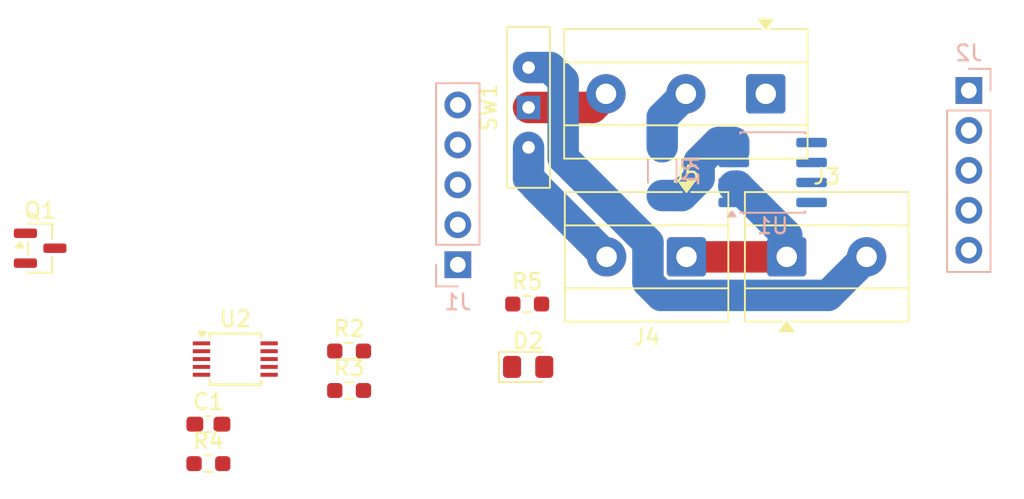
<source format=kicad_pcb>
(kicad_pcb (version 20241229) (generator "pcbnew") (generator_version "9.0")
  (layers (0 "F.Cu" signal) (2 "B.Cu" signal) (13 "F.Paste" user) (15 "B.Paste" user) (5 "F.SilkS" user "F.Silkscreen") (7 "B.SilkS" user "B.Silkscreen") (1 "F.Mask" user) (3 "B.Mask" user) (25 "Edge.Cuts" user))
  (net 0 "")
  (net 1 "GND")
  (net 2 "+3V3")
  (net 6 "/Current measure/I_Hall")
  (net 7 "/ADC/ALERT{slash}READY")
  (net 8 "SDA")
  (net 9 "Net-(J2-Pin_5)")
  (net 10 "SCL")
  (net 11 "/Current measure/IN+")
  (net 12 "Net-(J3-Pin_2)")
  (net 13 "Net-(J4-Pin_2)")
  (net 14 "Net-(J5-Pin_1)")
  (net 15 "+12V_camera_box")
  (net 16 "/ADC/A1")
  (net 17 "/ADC/A2")
  (net 18 "/ADC/A0")
  (net 19 "/ADC/A3")
  (net 20 "Net-(D2-A)")
  (footprint "TerminalBlock_MetzConnect:TerminalBlock_MetzConnect_Type101_RT01602HBWC_1x02_P5.08mm_Horizontal" (layer "F.Cu") (at 76.42 40.5)
    (property "Reference" "J3" (at 2.54 -5.12 0) (layer "F.SilkS"))
    (property "Value" "1x2 5.08")
    (fp_line (start -2.66 -4.12) (end 7.74 -4.12) (stroke (width 0.12)) (layer "F.SilkS"))
    (fp_line (start -2.66 -2) (end 7.74 -2) (stroke (width 0.12)) (layer "F.SilkS"))
    (fp_line (start -2.66 2) (end 7.74 2) (stroke (width 0.12)) (layer "F.SilkS"))
    (fp_line (start -2.66 4.12) (end -2.66 -4.12) (stroke (width 0.12)) (layer "F.SilkS"))
    (fp_line (start -0.3 4.12) (end -2.66 4.12) (stroke (width 0.12)) (layer "F.SilkS"))
    (fp_line (start 7.74 -4.12) (end 7.74 4.12) (stroke (width 0.12)) (layer "F.SilkS"))
    (fp_line (start 7.74 4.12) (end 0.3 4.12) (stroke (width 0.12)) (layer "F.SilkS"))
    (fp_poly (pts (xy 0 4.12) (xy 0.44 4.73) (xy -0.44 4.73)) (stroke (width 0.12)) (fill yes) (layer "F.SilkS"))
    (pad "1" thru_hole roundrect (at 0 0) (size 2.5 2.5) (drill 1.3) (layers "*.Cu" "*.Mask") (roundrect_rratio 0.1) (net 11 "/Current measure/IN+"))
    (pad "2" thru_hole circle (at 5.08 0) (size 2.5 2.5) (drill 1.3) (layers "*.Cu" "*.Mask") (net 12 "Net-(J3-Pin_2)"))
  )
  (footprint "Button_Switch_THT:SW_Slide-03_Wuerth-WS-SLTV_10x2.5x6.4_P2.54mm" (layer "F.Cu") (at 60 31 90)
    (property "Reference" "SW1" (at 0 -2.54 90) (layer "F.SilkS"))
    (property "Value" "3way switch")
    (fp_rect (start -5.11 -1.36) (end 5.11 1.36) (stroke (width 0.12)) (fill no) (layer "F.SilkS"))
    (pad "1" thru_hole rect (at 0 0 90) (size 1.5 1.5) (drill 0.8) (layers "*.Cu" "*.Mask") (net 15 "+12V_camera_box"))
    (pad "2" thru_hole circle (at -2.54 0 90) (size 1.6 1.6) (drill 0.8) (layers "*.Cu" "*.Mask") (net 13 "Net-(J4-Pin_2)"))
    (pad "3" thru_hole circle (at 2.54 0 90) (size 1.6 1.6) (drill 0.8) (layers "*.Cu" "*.Mask") (net 12 "Net-(J3-Pin_2)"))
  )
  (footprint "Package_SO:TSSOP-10_3x3mm_P0.5mm" (layer "F.Cu") (at 41.35 47)
    (property "Reference" "U2" (at 0 -2.55 0) (layer "F.SilkS"))
    (property "Value" "ADS1115IDGS")
    (fp_line (start -1.625 -1.625) (end -1.625 -1.4) (stroke (width 0.15)) (layer "F.SilkS"))
    (fp_line (start -1.625 -1.625) (end 1.625 -1.625) (stroke (width 0.15)) (layer "F.SilkS"))
    (fp_line (start -1.625 1.625) (end -1.625 1.4) (stroke (width 0.15)) (layer "F.SilkS"))
    (fp_line (start -1.625 1.625) (end 1.625 1.625) (stroke (width 0.15)) (layer "F.SilkS"))
    (fp_line (start 1.625 -1.625) (end 1.625 -1.4) (stroke (width 0.15)) (layer "F.SilkS"))
    (fp_line (start 1.625 1.625) (end 1.625 1.4) (stroke (width 0.15)) (layer "F.SilkS"))
    (fp_poly (pts (xy -2.1 -1.4) (xy -2.34 -1.73) (xy -1.86 -1.73) (xy -2.1 -1.4)) (stroke (width 0.12)) (fill yes) (layer "F.SilkS"))
    (pad "1" smd rect (at -2.15 -1) (size 1.1 0.25) (layers "F.Cu" "F.Mask" "F.Paste") (net 1 "GND"))
    (pad "2" smd rect (at -2.15 -0.5) (size 1.1 0.25) (layers "F.Cu" "F.Mask" "F.Paste") (net 7 "/ADC/ALERT{slash}READY"))
    (pad "3" smd rect (at -2.15 0) (size 1.1 0.25) (layers "F.Cu" "F.Mask" "F.Paste") (net 1 "GND"))
    (pad "4" smd rect (at -2.15 0.5) (size 1.1 0.25) (layers "F.Cu" "F.Mask" "F.Paste") (net 18 "/ADC/A0"))
    (pad "5" smd rect (at -2.15 1) (size 1.1 0.25) (layers "F.Cu" "F.Mask" "F.Paste") (net 16 "/ADC/A1"))
    (pad "6" smd rect (at 2.15 1) (size 1.1 0.25) (layers "F.Cu" "F.Mask" "F.Paste") (net 17 "/ADC/A2"))
    (pad "7" smd rect (at 2.15 0.5) (size 1.1 0.25) (layers "F.Cu" "F.Mask" "F.Paste") (net 19 "/ADC/A3"))
    (pad "8" smd rect (at 2.15 0) (size 1.1 0.25) (layers "F.Cu" "F.Mask" "F.Paste") (net 2 "+3V3"))
    (pad "9" smd rect (at 2.15 -0.5) (size 1.1 0.25) (layers "F.Cu" "F.Mask" "F.Paste") (net 8 "SDA"))
    (pad "10" smd rect (at 2.15 -1) (size 1.1 0.25) (layers "F.Cu" "F.Mask" "F.Paste") (net 10 "SCL"))
  )
  (footprint "Resistor_SMD:R_0603_1608Metric_Pad0.98x0.95mm_HandSolder" (layer "F.Cu") (at 59.9125 43.5)
    (property "Reference" "R5" (at 0 -1.43 0) (layer "F.SilkS"))
    (property "Value" "1k")
    (fp_line (start -0.254724 -0.5225) (end 0.254724 -0.5225) (stroke (width 0.12)) (layer "F.SilkS"))
    (fp_line (start -0.254724 0.5225) (end 0.254724 0.5225) (stroke (width 0.12)) (layer "F.SilkS"))
    (pad "1" smd roundrect (at -0.9125 0) (size 0.975 0.95) (layers "F.Cu" "F.Mask" "F.Paste") (net 2 "+3V3"))
    (pad "2" smd roundrect (at 0.9125 0) (size 0.975 0.95) (layers "F.Cu" "F.Mask" "F.Paste") (net 20 "Net-(D2-A)"))
  )
  (footprint "TerminalBlock_MetzConnect:TerminalBlock_MetzConnect_Type101_RT01602HBWC_1x02_P5.08mm_Horizontal" (layer "F.Cu") (at 70.045 40.5 180)
    (property "Reference" "J4" (at 2.54 -5.12 0) (layer "F.SilkS"))
    (property "Value" "1x2 5.08")
    (fp_line (start 7.74 4.12) (end 0.3 4.12) (stroke (width 0.12)) (layer "F.SilkS"))
    (fp_line (start 7.74 -4.12) (end 7.74 4.12) (stroke (width 0.12)) (layer "F.SilkS"))
    (fp_line (start -0.3 4.12) (end -2.66 4.12) (stroke (width 0.12)) (layer "F.SilkS"))
    (fp_line (start -2.66 4.12) (end -2.66 -4.12) (stroke (width 0.12)) (layer "F.SilkS"))
    (fp_line (start -2.66 2) (end 7.74 2) (stroke (width 0.12)) (layer "F.SilkS"))
    (fp_line (start -2.66 -2) (end 7.74 -2) (stroke (width 0.12)) (layer "F.SilkS"))
    (fp_line (start -2.66 -4.12) (end 7.74 -4.12) (stroke (width 0.12)) (layer "F.SilkS"))
    (fp_poly (pts (xy 0 4.12) (xy 0.44 4.73) (xy -0.44 4.73)) (stroke (width 0.12)) (fill yes) (layer "F.SilkS"))
    (pad "1" thru_hole roundrect (at 0 0 180) (size 2.5 2.5) (drill 1.3) (layers "*.Cu" "*.Mask") (roundrect_rratio 0.1) (net 11 "/Current measure/IN+"))
    (pad "2" thru_hole circle (at 5.08 0 180) (size 2.5 2.5) (drill 1.3) (layers "*.Cu" "*.Mask") (net 13 "Net-(J4-Pin_2)"))
  )
  (footprint "Resistor_SMD:R_0603_1608Metric_Pad0.98x0.95mm_HandSolder" (layer "F.Cu") (at 48.5875 49)
    (property "Reference" "R3" (at 0 -1.43 0) (layer "F.SilkS"))
    (property "Value" "3K3")
    (fp_line (start -0.254724 -0.5225) (end 0.254724 -0.5225) (stroke (width 0.12)) (layer "F.SilkS"))
    (fp_line (start -0.254724 0.5225) (end 0.254724 0.5225) (stroke (width 0.12)) (layer "F.SilkS"))
    (pad "1" smd roundrect (at -0.9125 0) (size 0.975 0.95) (layers "F.Cu" "F.Mask" "F.Paste") (net 18 "/ADC/A0"))
    (pad "2" smd roundrect (at 0.9125 0) (size 0.975 0.95) (layers "F.Cu" "F.Mask" "F.Paste") (net 16 "/ADC/A1"))
  )
  (footprint "Package_TO_SOT_SMD:SOT-23" (layer "F.Cu") (at 28.9375 39.95)
    (property "Reference" "Q1" (at 0 -2.4 0) (layer "F.SilkS"))
    (property "Value" "BC817")
    (fp_line (start -0.76 -1.56) (end 0.76 -1.56) (stroke (width 0.12)) (layer "F.SilkS"))
    (fp_line (start -0.76 -1.51) (end -0.76 -1.56) (stroke (width 0.12)) (layer "F.SilkS"))
    (fp_line (start -0.76 0.39) (end -0.76 -0.39) (stroke (width 0.12)) (layer "F.SilkS"))
    (fp_line (start -0.76 1.56) (end -0.76 1.51) (stroke (width 0.12)) (layer "F.SilkS"))
    (fp_line (start 0.76 -1.56) (end 0.76 -0.56) (stroke (width 0.12)) (layer "F.SilkS"))
    (fp_line (start 0.76 0.56) (end 0.76 1.56) (stroke (width 0.12)) (layer "F.SilkS"))
    (fp_line (start 0.76 1.56) (end -0.76 1.56) (stroke (width 0.12)) (layer "F.SilkS"))
    (fp_poly (pts (xy -1.3 -0.38) (xy -1.06 -0.05) (xy -1.54 -0.05)) (stroke (width 0.12)) (fill yes) (layer "F.SilkS"))
    (pad "1" smd roundrect (at -0.9375 -0.95) (size 1.475 0.6) (layers "F.Cu" "F.Mask" "F.Paste") (net 9 "Net-(J2-Pin_5)"))
    (pad "2" smd roundrect (at -0.9375 0.95) (size 1.475 0.6) (layers "F.Cu" "F.Mask" "F.Paste") (net 1 "GND"))
    (pad "3" smd roundrect (at 0.9375 0) (size 1.475 0.6) (layers "F.Cu" "F.Mask" "F.Paste") (net 14 "Net-(J5-Pin_1)"))
  )
  (footprint "Resistor_SMD:R_0603_1608Metric_Pad0.98x0.95mm_HandSolder" (layer "F.Cu") (at 48.5875 46.49)
    (property "Reference" "R2" (at 0 -1.43 0) (layer "F.SilkS"))
    (property "Value" "10K")
    (fp_line (start -0.254724 -0.5225) (end 0.254724 -0.5225) (stroke (width 0.12)) (layer "F.SilkS"))
    (fp_line (start -0.254724 0.5225) (end 0.254724 0.5225) (stroke (width 0.12)) (layer "F.SilkS"))
    (pad "1" smd roundrect (at -0.9125 0) (size 0.975 0.95) (layers "F.Cu" "F.Mask" "F.Paste") (net 15 "+12V_camera_box"))
    (pad "2" smd roundrect (at 0.9125 0) (size 0.975 0.95) (layers "F.Cu" "F.Mask" "F.Paste") (net 18 "/ADC/A0"))
  )
  (footprint "Capacitor_SMD:C_0603_1608Metric_Pad1.08x0.95mm_HandSolder" (layer "F.Cu") (at 39.6375 51.14)
    (property "Reference" "C1" (at 0 -1.43 0) (layer "F.SilkS"))
    (property "Value" "0.1 uF")
    (fp_line (start -0.146267 -0.51) (end 0.146267 -0.51) (stroke (width 0.12)) (layer "F.SilkS"))
    (fp_line (start -0.146267 0.51) (end 0.146267 0.51) (stroke (width 0.12)) (layer "F.SilkS"))
    (pad "1" smd roundrect (at -0.8625 0) (size 1.075 0.95) (layers "F.Cu" "F.Mask" "F.Paste") (net 2 "+3V3"))
    (pad "2" smd roundrect (at 0.8625 0) (size 1.075 0.95) (layers "F.Cu" "F.Mask" "F.Paste") (net 1 "GND"))
  )
  (footprint "Resistor_SMD:R_0603_1608Metric_Pad0.98x0.95mm_HandSolder" (layer "F.Cu") (at 39.6375 53.65)
    (property "Reference" "R4" (at 0 -1.43 0) (layer "F.SilkS"))
    (property "Value" "10k")
    (fp_line (start -0.254724 -0.5225) (end 0.254724 -0.5225) (stroke (width 0.12)) (layer "F.SilkS"))
    (fp_line (start -0.254724 0.5225) (end 0.254724 0.5225) (stroke (width 0.12)) (layer "F.SilkS"))
    (pad "1" smd roundrect (at -0.9125 0) (size 0.975 0.95) (layers "F.Cu" "F.Mask" "F.Paste") (net 7 "/ADC/ALERT{slash}READY"))
    (pad "2" smd roundrect (at 0.9125 0) (size 0.975 0.95) (layers "F.Cu" "F.Mask" "F.Paste") (net 2 "+3V3"))
  )
  (footprint "TerminalBlock_MetzConnect:TerminalBlock_MetzConnect_Type101_RT01603HBWC_1x03_P5.08mm_Horizontal" (layer "F.Cu") (at 75.085 30.1325 180)
    (property "Reference" "J5" (at 5.08 -5.12 0) (layer "F.SilkS"))
    (property "Value" "1x3 5.08")
    (fp_line (start 12.82 4.12) (end 0.3 4.12) (stroke (width 0.12)) (layer "F.SilkS"))
    (fp_line (start 12.82 -4.12) (end 12.82 4.12) (stroke (width 0.12)) (layer "F.SilkS"))
    (fp_line (start -0.3 4.12) (end -2.66 4.12) (stroke (width 0.12)) (layer "F.SilkS"))
    (fp_line (start -2.66 4.12) (end -2.66 -4.12) (stroke (width 0.12)) (layer "F.SilkS"))
    (fp_line (start -2.66 2) (end 12.82 2) (stroke (width 0.12)) (layer "F.SilkS"))
    (fp_line (start -2.66 -2) (end 12.82 -2) (stroke (width 0.12)) (layer "F.SilkS"))
    (fp_line (start -2.66 -4.12) (end 12.82 -4.12) (stroke (width 0.12)) (layer "F.SilkS"))
    (fp_poly (pts (xy 0 4.12) (xy 0.44 4.73) (xy -0.44 4.73)) (stroke (width 0.12)) (fill yes) (layer "F.SilkS"))
    (pad "1" thru_hole roundrect (at 0 0 180) (size 2.5 2.5) (drill 1.3) (layers "*.Cu" "*.Mask") (roundrect_rratio 0.1) (net 14 "Net-(J5-Pin_1)"))
    (pad "2" thru_hole circle (at 5.08 0 180) (size 2.5 2.5) (drill 1.3) (layers "*.Cu" "*.Mask") (net 16 "/ADC/A1"))
    (pad "3" thru_hole circle (at 10.16 0 180) (size 2.5 2.5) (drill 1.3) (layers "*.Cu" "*.Mask") (net 15 "+12V_camera_box"))
  )
  (footprint "LED_SMD:LED_0805_2012Metric_Pad1.15x1.40mm_HandSolder" (layer "F.Cu") (at 59.975 47.5)
    (property "Reference" "D2" (at 0 -1.65 0) (layer "F.SilkS"))
    (property "Value" "LED_GREEN")
    (fp_line (start -1.86 -0.96) (end -1.86 0.96) (stroke (width 0.12)) (layer "F.SilkS"))
    (fp_line (start -1.86 0.96) (end 1 0.96) (stroke (width 0.12)) (layer "F.SilkS"))
    (fp_line (start 1 -0.96) (end -1.86 -0.96) (stroke (width 0.12)) (layer "F.SilkS"))
    (pad "1" smd roundrect (at -1.025 0) (size 1.15 1.4) (layers "F.Cu" "F.Mask" "F.Paste") (roundrect_rratio 0.217391) (net 1 "GND"))
    (pad "2" smd roundrect (at 1.025 0) (size 1.15 1.4) (layers "F.Cu" "F.Mask" "F.Paste") (roundrect_rratio 0.217391) (net 20 "Net-(D2-A)"))
  )
  (footprint "Connector_PinHeader_2.54mm:PinHeader_1x05_P2.54mm_Vertical" (layer "B.Cu") (at 88 29.92 180)
    (property "Reference" "J2" (at 0 2.38 0) (layer "B.SilkS") (effects (justify mirror)))
    (property "Value" "1x5 2.54")
    (fp_line (start 1.38 -1.27) (end 1.38 -11.54) (stroke (width 0.12)) (layer "B.SilkS"))
    (fp_line (start -1.38 1.38) (end 0 1.38) (stroke (width 0.12)) (layer "B.SilkS"))
    (fp_line (start -1.38 0) (end -1.38 1.38) (stroke (width 0.12)) (layer "B.SilkS"))
    (fp_line (start -1.38 -1.27) (end 1.38 -1.27) (stroke (width 0.12)) (layer "B.SilkS"))
    (fp_line (start -1.38 -1.27) (end -1.38 -11.54) (stroke (width 0.12)) (layer "B.SilkS"))
    (fp_line (start -1.38 -11.54) (end 1.38 -11.54) (stroke (width 0.12)) (layer "B.SilkS"))
    (pad "1" thru_hole rect (at 0 0 180) (size 1.7 1.7) (drill 1) (layers "*.Cu" "*.Mask") (net 6 "/Current measure/I_Hall"))
    (pad "2" thru_hole circle (at 0 -2.54 180) (size 1.7 1.7) (drill 1) (layers "*.Cu" "*.Mask") (net 7 "/ADC/ALERT{slash}READY"))
    (pad "3" thru_hole circle (at 0 -5.08 180) (size 1.7 1.7) (drill 1) (layers "*.Cu" "*.Mask") (net 10 "SCL"))
    (pad "4" thru_hole circle (at 0 -7.62 180) (size 1.7 1.7) (drill 1) (layers "*.Cu" "*.Mask") (net 8 "SDA"))
    (pad "5" thru_hole circle (at 0 -10.16 180) (size 1.7 1.7) (drill 1) (layers "*.Cu" "*.Mask") (net 9 "Net-(J2-Pin_5)"))
  )
  (footprint "Package_SO:SOIC-8_3.9x4.9mm_P1.27mm" (layer "B.Cu") (at 75.525 35.135)
    (property "Reference" "U1" (at 0 3.4 0) (layer "B.SilkS") (effects (justify mirror)))
    (property "Value" "TMCS1107A3")
    (fp_line (start -2.06 -2.56) (end -2.06 -2.465) (stroke (width 0.12)) (layer "B.SilkS"))
    (fp_line (start -2.06 2.465) (end -2.06 2.56) (stroke (width 0.12)) (layer "B.SilkS"))
    (fp_line (start -2.06 2.56) (end 2.06 2.56) (stroke (width 0.12)) (layer "B.SilkS"))
    (fp_line (start 2.06 -2.56) (end -2.06 -2.56) (stroke (width 0.12)) (layer "B.SilkS"))
    (fp_line (start 2.06 -2.465) (end 2.06 -2.56) (stroke (width 0.12)) (layer "B.SilkS"))
    (fp_line (start 2.06 2.56) (end 2.06 2.465) (stroke (width 0.12)) (layer "B.SilkS"))
    (fp_poly (pts (xy -2.6 2.47) (xy -2.84 2.8) (xy -2.36 2.8)) (stroke (width 0.12)) (fill yes) (layer "B.SilkS"))
    (pad "1" smd roundrect (at -2.475 1.905) (size 1.95 0.6) (layers "B.Cu" "B.Mask" "B.Paste") (net 11 "/Current measure/IN+"))
    (pad "2" smd roundrect (at -2.475 0.635) (size 1.95 0.6) (layers "B.Cu" "B.Mask" "B.Paste") (net 11 "/Current measure/IN+"))
    (pad "3" smd roundrect (at -2.475 -0.635) (size 1.95 0.6) (layers "B.Cu" "B.Mask" "B.Paste") (net 17 "/ADC/A2"))
    (pad "4" smd roundrect (at -2.475 -1.905) (size 1.95 0.6) (layers "B.Cu" "B.Mask" "B.Paste") (net 17 "/ADC/A2"))
    (pad "5" smd roundrect (at 2.475 -1.905) (size 1.95 0.6) (layers "B.Cu" "B.Mask" "B.Paste") (net 1 "GND"))
    (pad "6" smd roundrect (at 2.475 -0.635) (size 1.95 0.6) (layers "B.Cu" "B.Mask" "B.Paste") (net 1 "GND"))
    (pad "7" smd roundrect (at 2.475 0.635) (size 1.95 0.6) (layers "B.Cu" "B.Mask" "B.Paste") (net 6 "/Current measure/I_Hall"))
    (pad "8" smd roundrect (at 2.475 1.905) (size 1.95 0.6) (layers "B.Cu" "B.Mask" "B.Paste") (net 2 "+3V3"))
  )
  (footprint "Resistor_SMD:R_1206_3216Metric_Pad1.30x1.75mm_HandSolder" (layer "B.Cu") (at 68.5 35.05 90)
    (property "Reference" "R1" (at 0 1.83 90) (layer "B.SilkS") (effects (justify mirror)))
    (property "Value" "R01")
    (fp_line (start -0.727064 -0.91) (end 0.727064 -0.91) (stroke (width 0.12)) (layer "B.SilkS"))
    (fp_line (start -0.727064 0.91) (end 0.727064 0.91) (stroke (width 0.12)) (layer "B.SilkS"))
    (pad "1" smd roundrect (at -1.55 0 90) (size 1.3 1.75) (layers "B.Cu" "B.Mask" "B.Paste") (roundrect_rratio 0.192308) (net 17 "/ADC/A2"))
    (pad "2" smd roundrect (at 1.55 0 90) (size 1.3 1.75) (layers "B.Cu" "B.Mask" "B.Paste") (roundrect_rratio 0.192308) (net 16 "/ADC/A1"))
  )
  (footprint "Connector_PinHeader_2.54mm:PinHeader_1x05_P2.54mm_Vertical" (layer "B.Cu") (at 55.5 41)
    (property "Reference" "J1" (at 0 2.38 0) (layer "B.SilkS") (effects (justify mirror)))
    (property "Value" "1x5 2.54")
    (fp_line (start -1.38 -11.54) (end 1.38 -11.54) (stroke (width 0.12)) (layer "B.SilkS"))
    (fp_line (start -1.38 -1.27) (end -1.38 -11.54) (stroke (width 0.12)) (layer "B.SilkS"))
    (fp_line (start -1.38 -1.27) (end 1.38 -1.27) (stroke (width 0.12)) (layer "B.SilkS"))
    (fp_line (start -1.38 0) (end -1.38 1.38) (stroke (width 0.12)) (layer "B.SilkS"))
    (fp_line (start -1.38 1.38) (end 0 1.38) (stroke (width 0.12)) (layer "B.SilkS"))
    (fp_line (start 1.38 -1.27) (end 1.38 -11.54) (stroke (width 0.12)) (layer "B.SilkS"))
    (pad "1" thru_hole rect (at 0 0) (size 1.7 1.7) (drill 1) (layers "*.Cu" "*.Mask") (net 2 "+3V3"))
    (pad "2" thru_hole circle (at 0 -2.54) (size 1.7 1.7) (drill 1) (layers "*.Cu" "*.Mask") (net 1 "GND"))
    (pad "3" thru_hole circle (at 0 -5.08) (size 1.7 1.7) (drill 1) (layers "*.Cu" "*.Mask"))
    (pad "4" thru_hole circle (at 0 -7.62) (size 1.7 1.7) (drill 1) (layers "*.Cu" "*.Mask"))
    (pad "5" thru_hole circle (at 0 -10.16) (size 1.7 1.7) (drill 1) (layers "*.Cu" "*.Mask"))
  )
  (segment (start 70.045 40.5) (end 76.42 40.5) (width 2) (layer "F.Cu") (net 11))
  (segment (start 73.281 36.001) (end 73.05 36.001) (width 2) (layer "B.Cu") (net 11))
  (segment (start 76.42 39.14) (end 73.281 36.001) (width 2) (layer "B.Cu") (net 11))
  (segment (start 76.42 40.5) (end 76.42 39.14) (width 2) (layer "B.Cu") (net 11))
  (segment (start 62.201 29.299) (end 62.201 34.201) (width 2) (layer "B.Cu") (net 12))
  (segment (start 61.362 28.46) (end 62.201 29.299) (width 2) (layer "B.Cu") (net 12))
  (segment (start 62.201 34.201) (end 67.594 39.594) (width 2) (layer "B.Cu") (net 12))
  (segment (start 60 28.46) (end 61.362 28.46) (width 2) (layer "B.Cu") (net 12))
  (segment (start 67.594 42.10795) (end 68.43705 42.951) (width 2) (layer "B.Cu") (net 12))
  (segment (start 68.43705 42.951) (end 79.049 42.951) (width 2) (layer "B.Cu") (net 12))
  (segment (start 67.594 39.594) (end 67.594 42.10795) (width 2) (layer "B.Cu") (net 12))
  (segment (start 79.049 42.951) (end 81.5 40.5) (width 2) (layer "B.Cu") (net 12))
  (segment (start 60 35.5) (end 60 33.54) (width 2) (layer "B.Cu") (net 13))
  (segment (start 60.5 36) (end 60 35.5) (width 2) (layer "B.Cu") (net 13))
  (segment (start 60.5 36.035) (end 60.5 36) (width 2) (layer "B.Cu") (net 13))
  (segment (start 64.965 40.5) (end 60.5 36.035) (width 2) (layer "B.Cu") (net 13))
  (segment (start 64.0575 31) (end 64.925 30.1325) (width 2) (layer "F.Cu") (net 15))
  (segment (start 60 31) (end 64.0575 31) (width 2) (layer "F.Cu") (net 15))
  (segment (start 68.5 31.6375) (end 70.005 30.1325) (width 2) (layer "B.Cu") (net 16))
  (segment (start 68.5 33.5) (end 68.5 31.6375) (width 2) (layer "B.Cu") (net 16))
  (segment (start 70.849 34.456001) (end 70.849 35.5) (width 2) (layer "B.Cu") (net 17))
  (segment (start 73.05 33.23) (end 72.075001 33.23) (width 2) (layer "B.Cu") (net 17))
  (segment (start 69.749 36.6) (end 68.5 36.6) (width 2) (layer "B.Cu") (net 17))
  (segment (start 73.05 33.23) (end 73.05 33.8) (width 2) (layer "B.Cu") (net 17))
  (segment (start 72.075001 33.23) (end 70.849 34.456001) (width 2) (layer "B.Cu") (net 17))
  (segment (start 70.849 35.5) (end 69.749 36.6) (width 2) (layer "B.Cu") (net 17))
)
</source>
